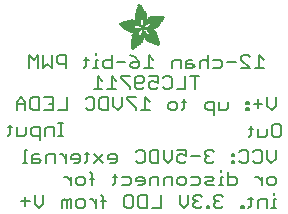
<source format=gbr>
G04 EAGLE Gerber RS-274X export*
G75*
%MOMM*%
%FSLAX34Y34*%
%LPD*%
%INSilkscreen Bottom*%
%IPPOS*%
%AMOC8*
5,1,8,0,0,1.08239X$1,22.5*%
G01*
%ADD10C,0.152400*%
%ADD11R,0.050800X0.006300*%
%ADD12R,0.082600X0.006400*%
%ADD13R,0.120600X0.006300*%
%ADD14R,0.139700X0.006400*%
%ADD15R,0.158800X0.006300*%
%ADD16R,0.177800X0.006400*%
%ADD17R,0.196800X0.006300*%
%ADD18R,0.215900X0.006400*%
%ADD19R,0.228600X0.006300*%
%ADD20R,0.241300X0.006400*%
%ADD21R,0.254000X0.006300*%
%ADD22R,0.266700X0.006400*%
%ADD23R,0.279400X0.006300*%
%ADD24R,0.285700X0.006400*%
%ADD25R,0.298400X0.006300*%
%ADD26R,0.311200X0.006400*%
%ADD27R,0.317500X0.006300*%
%ADD28R,0.330200X0.006400*%
%ADD29R,0.336600X0.006300*%
%ADD30R,0.349200X0.006400*%
%ADD31R,0.361900X0.006300*%
%ADD32R,0.368300X0.006400*%
%ADD33R,0.381000X0.006300*%
%ADD34R,0.387300X0.006400*%
%ADD35R,0.393700X0.006300*%
%ADD36R,0.406400X0.006400*%
%ADD37R,0.412700X0.006300*%
%ADD38R,0.419100X0.006400*%
%ADD39R,0.431800X0.006300*%
%ADD40R,0.438100X0.006400*%
%ADD41R,0.450800X0.006300*%
%ADD42R,0.457200X0.006400*%
%ADD43R,0.463500X0.006300*%
%ADD44R,0.476200X0.006400*%
%ADD45R,0.482600X0.006300*%
%ADD46R,0.488900X0.006400*%
%ADD47R,0.501600X0.006300*%
%ADD48R,0.508000X0.006400*%
%ADD49R,0.514300X0.006300*%
%ADD50R,0.527000X0.006400*%
%ADD51R,0.533400X0.006300*%
%ADD52R,0.546100X0.006400*%
%ADD53R,0.552400X0.006300*%
%ADD54R,0.558800X0.006400*%
%ADD55R,0.571500X0.006300*%
%ADD56R,0.577800X0.006400*%
%ADD57R,0.584200X0.006300*%
%ADD58R,0.596900X0.006400*%
%ADD59R,0.603200X0.006300*%
%ADD60R,0.609600X0.006400*%
%ADD61R,0.622300X0.006300*%
%ADD62R,0.628600X0.006400*%
%ADD63R,0.641300X0.006300*%
%ADD64R,0.647700X0.006400*%
%ADD65R,0.063500X0.006300*%
%ADD66R,0.654000X0.006300*%
%ADD67R,0.101600X0.006400*%
%ADD68R,0.666700X0.006400*%
%ADD69R,0.139700X0.006300*%
%ADD70R,0.673100X0.006300*%
%ADD71R,0.165100X0.006400*%
%ADD72R,0.679400X0.006400*%
%ADD73R,0.196900X0.006300*%
%ADD74R,0.692100X0.006300*%
%ADD75R,0.222200X0.006400*%
%ADD76R,0.698500X0.006400*%
%ADD77R,0.247700X0.006300*%
%ADD78R,0.704800X0.006300*%
%ADD79R,0.279400X0.006400*%
%ADD80R,0.717500X0.006400*%
%ADD81R,0.298500X0.006300*%
%ADD82R,0.723900X0.006300*%
%ADD83R,0.736600X0.006400*%
%ADD84R,0.342900X0.006300*%
%ADD85R,0.742900X0.006300*%
%ADD86R,0.374700X0.006400*%
%ADD87R,0.749300X0.006400*%
%ADD88R,0.762000X0.006300*%
%ADD89R,0.412700X0.006400*%
%ADD90R,0.768300X0.006400*%
%ADD91R,0.438100X0.006300*%
%ADD92R,0.774700X0.006300*%
%ADD93R,0.463600X0.006400*%
%ADD94R,0.787400X0.006400*%
%ADD95R,0.793700X0.006300*%
%ADD96R,0.495300X0.006400*%
%ADD97R,0.800100X0.006400*%
%ADD98R,0.520700X0.006300*%
%ADD99R,0.812800X0.006300*%
%ADD100R,0.533400X0.006400*%
%ADD101R,0.819100X0.006400*%
%ADD102R,0.558800X0.006300*%
%ADD103R,0.825500X0.006300*%
%ADD104R,0.577900X0.006400*%
%ADD105R,0.831800X0.006400*%
%ADD106R,0.596900X0.006300*%
%ADD107R,0.844500X0.006300*%
%ADD108R,0.616000X0.006400*%
%ADD109R,0.850900X0.006400*%
%ADD110R,0.635000X0.006300*%
%ADD111R,0.857200X0.006300*%
%ADD112R,0.654100X0.006400*%
%ADD113R,0.863600X0.006400*%
%ADD114R,0.666700X0.006300*%
%ADD115R,0.869900X0.006300*%
%ADD116R,0.685800X0.006400*%
%ADD117R,0.876300X0.006400*%
%ADD118R,0.882600X0.006300*%
%ADD119R,0.723900X0.006400*%
%ADD120R,0.889000X0.006400*%
%ADD121R,0.895300X0.006300*%
%ADD122R,0.755700X0.006400*%
%ADD123R,0.901700X0.006400*%
%ADD124R,0.908000X0.006300*%
%ADD125R,0.793800X0.006400*%
%ADD126R,0.914400X0.006400*%
%ADD127R,0.806400X0.006300*%
%ADD128R,0.920700X0.006300*%
%ADD129R,0.825500X0.006400*%
%ADD130R,0.927100X0.006400*%
%ADD131R,0.933400X0.006300*%
%ADD132R,0.857300X0.006400*%
%ADD133R,0.939800X0.006400*%
%ADD134R,0.870000X0.006300*%
%ADD135R,0.939800X0.006300*%
%ADD136R,0.946100X0.006400*%
%ADD137R,0.952500X0.006300*%
%ADD138R,0.908000X0.006400*%
%ADD139R,0.958800X0.006400*%
%ADD140R,0.965200X0.006300*%
%ADD141R,0.965200X0.006400*%
%ADD142R,0.971500X0.006300*%
%ADD143R,0.952500X0.006400*%
%ADD144R,0.977900X0.006400*%
%ADD145R,0.958800X0.006300*%
%ADD146R,0.984200X0.006300*%
%ADD147R,0.971500X0.006400*%
%ADD148R,0.984200X0.006400*%
%ADD149R,0.990600X0.006300*%
%ADD150R,0.984300X0.006400*%
%ADD151R,0.996900X0.006400*%
%ADD152R,0.997000X0.006300*%
%ADD153R,0.996900X0.006300*%
%ADD154R,1.003300X0.006400*%
%ADD155R,1.016000X0.006300*%
%ADD156R,1.009600X0.006300*%
%ADD157R,1.016000X0.006400*%
%ADD158R,1.009600X0.006400*%
%ADD159R,1.022300X0.006300*%
%ADD160R,1.028700X0.006400*%
%ADD161R,1.035100X0.006300*%
%ADD162R,1.047800X0.006400*%
%ADD163R,1.054100X0.006300*%
%ADD164R,1.028700X0.006300*%
%ADD165R,1.054100X0.006400*%
%ADD166R,1.035000X0.006400*%
%ADD167R,1.060400X0.006300*%
%ADD168R,1.035000X0.006300*%
%ADD169R,1.060500X0.006400*%
%ADD170R,1.041400X0.006400*%
%ADD171R,1.066800X0.006300*%
%ADD172R,1.041400X0.006300*%
%ADD173R,1.079500X0.006400*%
%ADD174R,1.047700X0.006400*%
%ADD175R,1.085900X0.006300*%
%ADD176R,1.047700X0.006300*%
%ADD177R,1.085800X0.006400*%
%ADD178R,1.092200X0.006300*%
%ADD179R,1.085900X0.006400*%
%ADD180R,1.098600X0.006300*%
%ADD181R,1.098600X0.006400*%
%ADD182R,1.060400X0.006400*%
%ADD183R,1.104900X0.006300*%
%ADD184R,1.104900X0.006400*%
%ADD185R,1.066800X0.006400*%
%ADD186R,1.111200X0.006300*%
%ADD187R,1.117600X0.006400*%
%ADD188R,1.117600X0.006300*%
%ADD189R,1.073100X0.006300*%
%ADD190R,1.073100X0.006400*%
%ADD191R,1.124000X0.006300*%
%ADD192R,1.079500X0.006300*%
%ADD193R,1.123900X0.006400*%
%ADD194R,1.130300X0.006300*%
%ADD195R,1.130300X0.006400*%
%ADD196R,1.136700X0.006400*%
%ADD197R,1.136700X0.006300*%
%ADD198R,1.085800X0.006300*%
%ADD199R,1.136600X0.006400*%
%ADD200R,1.136600X0.006300*%
%ADD201R,1.143000X0.006400*%
%ADD202R,1.143000X0.006300*%
%ADD203R,1.149400X0.006300*%
%ADD204R,1.149300X0.006300*%
%ADD205R,1.149300X0.006400*%
%ADD206R,1.149400X0.006400*%
%ADD207R,1.155700X0.006400*%
%ADD208R,1.155700X0.006300*%
%ADD209R,1.060500X0.006300*%
%ADD210R,2.197100X0.006400*%
%ADD211R,2.197100X0.006300*%
%ADD212R,2.184400X0.006300*%
%ADD213R,2.184400X0.006400*%
%ADD214R,2.171700X0.006400*%
%ADD215R,2.171700X0.006300*%
%ADD216R,1.530300X0.006400*%
%ADD217R,1.505000X0.006300*%
%ADD218R,1.492300X0.006400*%
%ADD219R,1.485900X0.006300*%
%ADD220R,0.565200X0.006300*%
%ADD221R,1.473200X0.006400*%
%ADD222R,0.565200X0.006400*%
%ADD223R,1.460500X0.006300*%
%ADD224R,1.454100X0.006400*%
%ADD225R,0.552400X0.006400*%
%ADD226R,1.441500X0.006300*%
%ADD227R,0.546100X0.006300*%
%ADD228R,1.435100X0.006400*%
%ADD229R,0.539800X0.006400*%
%ADD230R,1.428800X0.006300*%
%ADD231R,1.422400X0.006400*%
%ADD232R,1.409700X0.006300*%
%ADD233R,0.527100X0.006300*%
%ADD234R,1.403300X0.006400*%
%ADD235R,0.527100X0.006400*%
%ADD236R,1.390700X0.006300*%
%ADD237R,1.384300X0.006400*%
%ADD238R,0.520700X0.006400*%
%ADD239R,1.384300X0.006300*%
%ADD240R,0.514400X0.006300*%
%ADD241R,1.371600X0.006400*%
%ADD242R,1.365200X0.006300*%
%ADD243R,0.508000X0.006300*%
%ADD244R,1.352600X0.006400*%
%ADD245R,0.501700X0.006400*%
%ADD246R,0.711200X0.006300*%
%ADD247R,0.603300X0.006300*%
%ADD248R,0.501700X0.006300*%
%ADD249R,0.692100X0.006400*%
%ADD250R,0.571500X0.006400*%
%ADD251R,0.679400X0.006300*%
%ADD252R,0.495300X0.006300*%
%ADD253R,0.673100X0.006400*%
%ADD254R,0.666800X0.006300*%
%ADD255R,0.488900X0.006300*%
%ADD256R,0.660400X0.006400*%
%ADD257R,0.482600X0.006400*%
%ADD258R,0.476200X0.006300*%
%ADD259R,0.654000X0.006400*%
%ADD260R,0.469900X0.006400*%
%ADD261R,0.476300X0.006400*%
%ADD262R,0.647700X0.006300*%
%ADD263R,0.457200X0.006300*%
%ADD264R,0.469900X0.006300*%
%ADD265R,0.641300X0.006400*%
%ADD266R,0.444500X0.006400*%
%ADD267R,0.463600X0.006300*%
%ADD268R,0.635000X0.006400*%
%ADD269R,0.463500X0.006400*%
%ADD270R,0.393700X0.006400*%
%ADD271R,0.450800X0.006400*%
%ADD272R,0.628600X0.006300*%
%ADD273R,0.387400X0.006300*%
%ADD274R,0.450900X0.006300*%
%ADD275R,0.628700X0.006400*%
%ADD276R,0.374600X0.006400*%
%ADD277R,0.368300X0.006300*%
%ADD278R,0.438200X0.006300*%
%ADD279R,0.622300X0.006400*%
%ADD280R,0.355600X0.006400*%
%ADD281R,0.431800X0.006400*%
%ADD282R,0.349300X0.006300*%
%ADD283R,0.425400X0.006300*%
%ADD284R,0.615900X0.006300*%
%ADD285R,0.330200X0.006300*%
%ADD286R,0.419100X0.006300*%
%ADD287R,0.616000X0.006300*%
%ADD288R,0.311200X0.006300*%
%ADD289R,0.406400X0.006300*%
%ADD290R,0.615900X0.006400*%
%ADD291R,0.304800X0.006400*%
%ADD292R,0.158800X0.006400*%
%ADD293R,0.609600X0.006300*%
%ADD294R,0.292100X0.006300*%
%ADD295R,0.235000X0.006300*%
%ADD296R,0.387400X0.006400*%
%ADD297R,0.292100X0.006400*%
%ADD298R,0.336500X0.006300*%
%ADD299R,0.260400X0.006300*%
%ADD300R,0.603300X0.006400*%
%ADD301R,0.260400X0.006400*%
%ADD302R,0.362000X0.006400*%
%ADD303R,0.450900X0.006400*%
%ADD304R,0.355600X0.006300*%
%ADD305R,0.342900X0.006400*%
%ADD306R,0.514300X0.006400*%
%ADD307R,0.234900X0.006300*%
%ADD308R,0.539700X0.006300*%
%ADD309R,0.603200X0.006400*%
%ADD310R,0.234900X0.006400*%
%ADD311R,0.920700X0.006400*%
%ADD312R,0.958900X0.006400*%
%ADD313R,0.215900X0.006300*%
%ADD314R,0.209600X0.006400*%
%ADD315R,0.203200X0.006300*%
%ADD316R,1.003300X0.006300*%
%ADD317R,0.203200X0.006400*%
%ADD318R,0.196900X0.006400*%
%ADD319R,0.190500X0.006300*%
%ADD320R,0.190500X0.006400*%
%ADD321R,0.184200X0.006300*%
%ADD322R,0.590500X0.006400*%
%ADD323R,0.184200X0.006400*%
%ADD324R,0.590500X0.006300*%
%ADD325R,0.177800X0.006300*%
%ADD326R,0.584200X0.006400*%
%ADD327R,1.168400X0.006400*%
%ADD328R,0.171500X0.006300*%
%ADD329R,1.187500X0.006300*%
%ADD330R,1.200100X0.006400*%
%ADD331R,0.577800X0.006300*%
%ADD332R,1.212900X0.006300*%
%ADD333R,1.231900X0.006400*%
%ADD334R,1.250900X0.006300*%
%ADD335R,0.565100X0.006400*%
%ADD336R,0.184100X0.006400*%
%ADD337R,1.263700X0.006400*%
%ADD338R,0.565100X0.006300*%
%ADD339R,1.289100X0.006300*%
%ADD340R,1.314400X0.006400*%
%ADD341R,0.552500X0.006300*%
%ADD342R,1.568500X0.006300*%
%ADD343R,0.552500X0.006400*%
%ADD344R,1.581200X0.006400*%
%ADD345R,1.593800X0.006300*%
%ADD346R,1.606500X0.006400*%
%ADD347R,1.619300X0.006300*%
%ADD348R,0.514400X0.006400*%
%ADD349R,1.638300X0.006400*%
%ADD350R,1.657300X0.006300*%
%ADD351R,2.209800X0.006400*%
%ADD352R,2.425700X0.006300*%
%ADD353R,2.470100X0.006400*%
%ADD354R,2.501900X0.006300*%
%ADD355R,2.533700X0.006400*%
%ADD356R,2.559000X0.006300*%
%ADD357R,2.584500X0.006400*%
%ADD358R,2.609900X0.006300*%
%ADD359R,2.628900X0.006400*%
%ADD360R,2.660600X0.006300*%
%ADD361R,2.673400X0.006400*%
%ADD362R,1.422400X0.006300*%
%ADD363R,1.200200X0.006300*%
%ADD364R,1.365300X0.006300*%
%ADD365R,1.365300X0.006400*%
%ADD366R,1.352500X0.006300*%
%ADD367R,1.098500X0.006300*%
%ADD368R,1.358900X0.006400*%
%ADD369R,1.352600X0.006300*%
%ADD370R,1.358900X0.006300*%
%ADD371R,1.371600X0.006300*%
%ADD372R,1.377900X0.006400*%
%ADD373R,1.397000X0.006400*%
%ADD374R,1.403300X0.006300*%
%ADD375R,0.914400X0.006300*%
%ADD376R,0.876300X0.006300*%
%ADD377R,0.374600X0.006300*%
%ADD378R,1.073200X0.006400*%
%ADD379R,0.374700X0.006300*%
%ADD380R,0.844600X0.006400*%
%ADD381R,0.844600X0.006300*%
%ADD382R,0.831900X0.006400*%
%ADD383R,1.092200X0.006400*%
%ADD384R,0.400000X0.006300*%
%ADD385R,0.819200X0.006400*%
%ADD386R,1.111300X0.006400*%
%ADD387R,0.812800X0.006400*%
%ADD388R,0.800100X0.006300*%
%ADD389R,0.476300X0.006300*%
%ADD390R,1.181100X0.006300*%
%ADD391R,0.501600X0.006400*%
%ADD392R,1.193800X0.006400*%
%ADD393R,0.781000X0.006400*%
%ADD394R,1.238200X0.006400*%
%ADD395R,0.781100X0.006300*%
%ADD396R,1.257300X0.006300*%
%ADD397R,1.295400X0.006400*%
%ADD398R,1.333500X0.006300*%
%ADD399R,0.774700X0.006400*%
%ADD400R,1.866900X0.006400*%
%ADD401R,0.209600X0.006300*%
%ADD402R,1.866900X0.006300*%
%ADD403R,0.768400X0.006400*%
%ADD404R,0.209500X0.006400*%
%ADD405R,1.860600X0.006400*%
%ADD406R,0.762000X0.006400*%
%ADD407R,0.768400X0.006300*%
%ADD408R,1.860600X0.006300*%
%ADD409R,1.860500X0.006400*%
%ADD410R,0.222300X0.006300*%
%ADD411R,1.854200X0.006300*%
%ADD412R,0.235000X0.006400*%
%ADD413R,1.854200X0.006400*%
%ADD414R,0.768300X0.006300*%
%ADD415R,0.260300X0.006400*%
%ADD416R,1.847800X0.006400*%
%ADD417R,0.266700X0.006300*%
%ADD418R,1.847800X0.006300*%
%ADD419R,0.273100X0.006400*%
%ADD420R,1.841500X0.006400*%
%ADD421R,0.285800X0.006300*%
%ADD422R,1.841500X0.006300*%
%ADD423R,0.298500X0.006400*%
%ADD424R,1.835100X0.006400*%
%ADD425R,0.781000X0.006300*%
%ADD426R,0.304800X0.006300*%
%ADD427R,1.835100X0.006300*%
%ADD428R,0.317500X0.006400*%
%ADD429R,1.828800X0.006400*%
%ADD430R,0.787400X0.006300*%
%ADD431R,0.323800X0.006300*%
%ADD432R,1.828800X0.006300*%
%ADD433R,0.793700X0.006400*%
%ADD434R,1.822400X0.006400*%
%ADD435R,0.806500X0.006300*%
%ADD436R,1.822400X0.006300*%
%ADD437R,1.816100X0.006400*%
%ADD438R,0.819100X0.006300*%
%ADD439R,0.387300X0.006300*%
%ADD440R,1.816100X0.006300*%
%ADD441R,1.809800X0.006400*%
%ADD442R,1.803400X0.006300*%
%ADD443R,1.797000X0.006400*%
%ADD444R,0.901700X0.006300*%
%ADD445R,1.797000X0.006300*%
%ADD446R,1.441400X0.006400*%
%ADD447R,1.790700X0.006400*%
%ADD448R,1.447800X0.006300*%
%ADD449R,1.784300X0.006300*%
%ADD450R,1.447800X0.006400*%
%ADD451R,1.784300X0.006400*%
%ADD452R,1.454100X0.006300*%
%ADD453R,1.771700X0.006300*%
%ADD454R,1.460500X0.006400*%
%ADD455R,1.759000X0.006400*%
%ADD456R,1.466800X0.006300*%
%ADD457R,1.752600X0.006300*%
%ADD458R,1.466800X0.006400*%
%ADD459R,1.739900X0.006400*%
%ADD460R,1.473200X0.006300*%
%ADD461R,1.727200X0.006300*%
%ADD462R,1.479500X0.006400*%
%ADD463R,1.714500X0.006400*%
%ADD464R,1.695400X0.006300*%
%ADD465R,1.485900X0.006400*%
%ADD466R,1.682700X0.006400*%
%ADD467R,1.492200X0.006300*%
%ADD468R,1.663700X0.006300*%
%ADD469R,1.498600X0.006400*%
%ADD470R,1.644600X0.006400*%
%ADD471R,1.498600X0.006300*%
%ADD472R,1.619200X0.006300*%
%ADD473R,1.511300X0.006400*%
%ADD474R,1.600200X0.006400*%
%ADD475R,1.517700X0.006300*%
%ADD476R,1.574800X0.006300*%
%ADD477R,1.524000X0.006400*%
%ADD478R,1.555800X0.006400*%
%ADD479R,1.524000X0.006300*%
%ADD480R,1.536700X0.006300*%
%ADD481R,1.530400X0.006400*%
%ADD482R,1.517700X0.006400*%
%ADD483R,1.492300X0.006300*%
%ADD484R,1.549400X0.006400*%
%ADD485R,1.479600X0.006400*%
%ADD486R,1.549400X0.006300*%
%ADD487R,1.555700X0.006400*%
%ADD488R,1.562100X0.006300*%
%ADD489R,0.323900X0.006300*%
%ADD490R,1.568400X0.006400*%
%ADD491R,0.336600X0.006400*%
%ADD492R,1.587500X0.006300*%
%ADD493R,0.971600X0.006300*%
%ADD494R,0.349300X0.006400*%
%ADD495R,1.600200X0.006300*%
%ADD496R,0.920800X0.006300*%
%ADD497R,0.882700X0.006400*%
%ADD498R,1.612900X0.006300*%
%ADD499R,0.362000X0.006300*%
%ADD500R,1.625600X0.006400*%
%ADD501R,1.625600X0.006300*%
%ADD502R,1.644600X0.006300*%
%ADD503R,0.736600X0.006300*%
%ADD504R,0.717600X0.006400*%
%ADD505R,1.657400X0.006300*%
%ADD506R,0.679500X0.006300*%
%ADD507R,1.663700X0.006400*%
%ADD508R,0.400000X0.006400*%
%ADD509R,1.676400X0.006300*%
%ADD510R,1.676400X0.006400*%
%ADD511R,0.425500X0.006400*%
%ADD512R,1.352500X0.006400*%
%ADD513R,0.444500X0.006300*%
%ADD514R,0.361900X0.006400*%
%ADD515R,0.088900X0.006300*%
%ADD516R,1.009700X0.006300*%
%ADD517R,1.009700X0.006400*%
%ADD518R,1.022300X0.006400*%
%ADD519R,1.346200X0.006400*%
%ADD520R,1.346200X0.006300*%
%ADD521R,1.339900X0.006400*%
%ADD522R,1.035100X0.006400*%
%ADD523R,1.339800X0.006300*%
%ADD524R,1.333500X0.006400*%
%ADD525R,1.327200X0.006400*%
%ADD526R,1.320800X0.006300*%
%ADD527R,1.314500X0.006400*%
%ADD528R,1.314400X0.006300*%
%ADD529R,1.301700X0.006400*%
%ADD530R,1.295400X0.006300*%
%ADD531R,1.289000X0.006400*%
%ADD532R,1.276300X0.006300*%
%ADD533R,1.251000X0.006300*%
%ADD534R,1.244600X0.006400*%
%ADD535R,1.231900X0.006300*%
%ADD536R,1.212800X0.006400*%
%ADD537R,1.200100X0.006300*%
%ADD538R,1.187400X0.006400*%
%ADD539R,1.168400X0.006300*%
%ADD540R,1.047800X0.006300*%
%ADD541R,0.977900X0.006300*%
%ADD542R,0.946200X0.006400*%
%ADD543R,0.933400X0.006400*%
%ADD544R,0.895300X0.006400*%
%ADD545R,0.882700X0.006300*%
%ADD546R,0.863600X0.006300*%
%ADD547R,0.857200X0.006400*%
%ADD548R,0.850900X0.006300*%
%ADD549R,0.838200X0.006300*%
%ADD550R,0.806500X0.006400*%
%ADD551R,0.717600X0.006300*%
%ADD552R,0.711200X0.006400*%
%ADD553R,0.641400X0.006400*%
%ADD554R,0.641400X0.006300*%
%ADD555R,0.628700X0.006300*%
%ADD556R,0.590600X0.006300*%
%ADD557R,0.539700X0.006400*%
%ADD558R,0.285700X0.006300*%
%ADD559R,0.222200X0.006300*%
%ADD560R,0.171400X0.006300*%
%ADD561R,0.152400X0.006400*%
%ADD562R,0.133400X0.006300*%


D10*
X251005Y142758D02*
X251005Y135301D01*
X247277Y131572D01*
X243548Y135301D01*
X243548Y142758D01*
X239311Y137165D02*
X231854Y137165D01*
X235583Y140893D02*
X235583Y133436D01*
X227618Y139029D02*
X225753Y139029D01*
X225753Y137165D01*
X227618Y137165D01*
X227618Y139029D01*
X227618Y133436D02*
X225753Y133436D01*
X225753Y131572D01*
X227618Y131572D01*
X227618Y133436D01*
X210077Y133436D02*
X210077Y139029D01*
X210077Y133436D02*
X208212Y131572D01*
X202620Y131572D01*
X202620Y139029D01*
X198383Y139029D02*
X198383Y127844D01*
X198383Y139029D02*
X192790Y139029D01*
X190926Y137165D01*
X190926Y133436D01*
X192790Y131572D01*
X198383Y131572D01*
X173130Y133436D02*
X173130Y140893D01*
X173130Y133436D02*
X171266Y131572D01*
X171266Y139029D02*
X174995Y139029D01*
X165334Y131572D02*
X161606Y131572D01*
X159742Y133436D01*
X159742Y137165D01*
X161606Y139029D01*
X165334Y139029D01*
X167199Y137165D01*
X167199Y133436D01*
X165334Y131572D01*
X143811Y139029D02*
X140082Y142758D01*
X140082Y131572D01*
X136354Y131572D02*
X143811Y131572D01*
X132117Y142758D02*
X124660Y142758D01*
X124660Y140893D01*
X132117Y133436D01*
X132117Y131572D01*
X120423Y135301D02*
X120423Y142758D01*
X120423Y135301D02*
X116694Y131572D01*
X112966Y135301D01*
X112966Y142758D01*
X108729Y142758D02*
X108729Y131572D01*
X103136Y131572D01*
X101272Y133436D01*
X101272Y140893D01*
X103136Y142758D01*
X108729Y142758D01*
X91442Y142758D02*
X89578Y140893D01*
X91442Y142758D02*
X95171Y142758D01*
X97035Y140893D01*
X97035Y133436D01*
X95171Y131572D01*
X91442Y131572D01*
X89578Y133436D01*
X73647Y131572D02*
X73647Y142758D01*
X73647Y131572D02*
X66190Y131572D01*
X61953Y142758D02*
X54496Y142758D01*
X61953Y142758D02*
X61953Y131572D01*
X54496Y131572D01*
X58224Y137165D02*
X61953Y137165D01*
X50259Y142758D02*
X50259Y131572D01*
X44666Y131572D01*
X42802Y133436D01*
X42802Y140893D01*
X44666Y142758D01*
X50259Y142758D01*
X38565Y139029D02*
X38565Y131572D01*
X38565Y139029D02*
X34837Y142758D01*
X31108Y139029D01*
X31108Y131572D01*
X31108Y137165D02*
X38565Y137165D01*
X250698Y98308D02*
X250698Y90851D01*
X246970Y87122D01*
X243241Y90851D01*
X243241Y98308D01*
X233411Y98308D02*
X231547Y96443D01*
X233411Y98308D02*
X237140Y98308D01*
X239004Y96443D01*
X239004Y88986D01*
X237140Y87122D01*
X233411Y87122D01*
X231547Y88986D01*
X221717Y98308D02*
X219853Y96443D01*
X221717Y98308D02*
X225446Y98308D01*
X227310Y96443D01*
X227310Y88986D01*
X225446Y87122D01*
X221717Y87122D01*
X219853Y88986D01*
X215616Y94579D02*
X213752Y94579D01*
X213752Y92715D01*
X215616Y92715D01*
X215616Y94579D01*
X215616Y88986D02*
X213752Y88986D01*
X213752Y87122D01*
X215616Y87122D01*
X215616Y88986D01*
X198075Y96443D02*
X196211Y98308D01*
X192482Y98308D01*
X190618Y96443D01*
X190618Y94579D01*
X192482Y92715D01*
X194347Y92715D01*
X192482Y92715D02*
X190618Y90851D01*
X190618Y88986D01*
X192482Y87122D01*
X196211Y87122D01*
X198075Y88986D01*
X186381Y92715D02*
X178924Y92715D01*
X174687Y98308D02*
X167230Y98308D01*
X174687Y98308D02*
X174687Y92715D01*
X170959Y94579D01*
X169094Y94579D01*
X167230Y92715D01*
X167230Y88986D01*
X169094Y87122D01*
X172823Y87122D01*
X174687Y88986D01*
X162993Y90851D02*
X162993Y98308D01*
X162993Y90851D02*
X159265Y87122D01*
X155536Y90851D01*
X155536Y98308D01*
X151299Y98308D02*
X151299Y87122D01*
X145707Y87122D01*
X143842Y88986D01*
X143842Y96443D01*
X145707Y98308D01*
X151299Y98308D01*
X134013Y98308D02*
X132148Y96443D01*
X134013Y98308D02*
X137741Y98308D01*
X139605Y96443D01*
X139605Y88986D01*
X137741Y87122D01*
X134013Y87122D01*
X132148Y88986D01*
X114353Y87122D02*
X110625Y87122D01*
X114353Y87122D02*
X116217Y88986D01*
X116217Y92715D01*
X114353Y94579D01*
X110625Y94579D01*
X108760Y92715D01*
X108760Y90851D01*
X116217Y90851D01*
X104523Y94579D02*
X97066Y87122D01*
X104523Y87122D02*
X97066Y94579D01*
X90965Y96443D02*
X90965Y88986D01*
X89101Y87122D01*
X89101Y94579D02*
X92829Y94579D01*
X83169Y87122D02*
X79441Y87122D01*
X83169Y87122D02*
X85033Y88986D01*
X85033Y92715D01*
X83169Y94579D01*
X79441Y94579D01*
X77576Y92715D01*
X77576Y90851D01*
X85033Y90851D01*
X73340Y94579D02*
X73340Y87122D01*
X73340Y90851D02*
X69611Y94579D01*
X67747Y94579D01*
X63595Y94579D02*
X63595Y87122D01*
X63595Y94579D02*
X58002Y94579D01*
X56138Y92715D01*
X56138Y87122D01*
X50036Y94579D02*
X46308Y94579D01*
X44444Y92715D01*
X44444Y87122D01*
X50036Y87122D01*
X51901Y88986D01*
X50036Y90851D01*
X44444Y90851D01*
X40207Y98308D02*
X38342Y98308D01*
X38342Y87122D01*
X36478Y87122D02*
X40207Y87122D01*
X245105Y68072D02*
X248834Y68072D01*
X245105Y68072D02*
X243241Y69936D01*
X243241Y73665D01*
X245105Y75529D01*
X248834Y75529D01*
X250698Y73665D01*
X250698Y69936D01*
X248834Y68072D01*
X239004Y68072D02*
X239004Y75529D01*
X239004Y71801D02*
X235276Y75529D01*
X233411Y75529D01*
X210108Y79258D02*
X210108Y68072D01*
X215701Y68072D01*
X217565Y69936D01*
X217565Y73665D01*
X215701Y75529D01*
X210108Y75529D01*
X205871Y75529D02*
X204007Y75529D01*
X204007Y68072D01*
X205871Y68072D02*
X202143Y68072D01*
X204007Y79258D02*
X204007Y81122D01*
X198075Y68072D02*
X192482Y68072D01*
X190618Y69936D01*
X192482Y71801D01*
X196211Y71801D01*
X198075Y73665D01*
X196211Y75529D01*
X190618Y75529D01*
X184517Y75529D02*
X178924Y75529D01*
X184517Y75529D02*
X186381Y73665D01*
X186381Y69936D01*
X184517Y68072D01*
X178924Y68072D01*
X172823Y68072D02*
X169094Y68072D01*
X167230Y69936D01*
X167230Y73665D01*
X169094Y75529D01*
X172823Y75529D01*
X174687Y73665D01*
X174687Y69936D01*
X172823Y68072D01*
X162993Y68072D02*
X162993Y75529D01*
X157401Y75529D01*
X155536Y73665D01*
X155536Y68072D01*
X151299Y68072D02*
X151299Y75529D01*
X145707Y75529D01*
X143842Y73665D01*
X143842Y68072D01*
X137741Y68072D02*
X134013Y68072D01*
X137741Y68072D02*
X139605Y69936D01*
X139605Y73665D01*
X137741Y75529D01*
X134013Y75529D01*
X132148Y73665D01*
X132148Y71801D01*
X139605Y71801D01*
X126047Y75529D02*
X120454Y75529D01*
X126047Y75529D02*
X127911Y73665D01*
X127911Y69936D01*
X126047Y68072D01*
X120454Y68072D01*
X114353Y69936D02*
X114353Y77393D01*
X114353Y69936D02*
X112489Y68072D01*
X112489Y75529D02*
X116217Y75529D01*
X94863Y77393D02*
X94863Y68072D01*
X94863Y77393D02*
X92999Y79258D01*
X92999Y73665D02*
X96727Y73665D01*
X87067Y68072D02*
X83339Y68072D01*
X81474Y69936D01*
X81474Y73665D01*
X83339Y75529D01*
X87067Y75529D01*
X88931Y73665D01*
X88931Y69936D01*
X87067Y68072D01*
X77238Y68072D02*
X77238Y75529D01*
X77238Y71801D02*
X73509Y75529D01*
X71645Y75529D01*
X248834Y56479D02*
X250698Y56479D01*
X248834Y56479D02*
X248834Y49022D01*
X250698Y49022D02*
X246970Y49022D01*
X248834Y60208D02*
X248834Y62072D01*
X242902Y56479D02*
X242902Y49022D01*
X242902Y56479D02*
X237309Y56479D01*
X235445Y54615D01*
X235445Y49022D01*
X229344Y50886D02*
X229344Y58343D01*
X229344Y50886D02*
X227480Y49022D01*
X227480Y56479D02*
X231208Y56479D01*
X223412Y50886D02*
X223412Y49022D01*
X223412Y50886D02*
X221548Y50886D01*
X221548Y49022D01*
X223412Y49022D01*
X205871Y58343D02*
X204007Y60208D01*
X200278Y60208D01*
X198414Y58343D01*
X198414Y56479D01*
X200278Y54615D01*
X202143Y54615D01*
X200278Y54615D02*
X198414Y52751D01*
X198414Y50886D01*
X200278Y49022D01*
X204007Y49022D01*
X205871Y50886D01*
X194177Y50886D02*
X194177Y49022D01*
X194177Y50886D02*
X192313Y50886D01*
X192313Y49022D01*
X194177Y49022D01*
X188330Y58343D02*
X186466Y60208D01*
X182737Y60208D01*
X180873Y58343D01*
X180873Y56479D01*
X182737Y54615D01*
X184602Y54615D01*
X182737Y54615D02*
X180873Y52751D01*
X180873Y50886D01*
X182737Y49022D01*
X186466Y49022D01*
X188330Y50886D01*
X176636Y52751D02*
X176636Y60208D01*
X176636Y52751D02*
X172908Y49022D01*
X169179Y52751D01*
X169179Y60208D01*
X153248Y60208D02*
X153248Y49022D01*
X145791Y49022D01*
X141554Y49022D02*
X141554Y60208D01*
X141554Y49022D02*
X135962Y49022D01*
X134097Y50886D01*
X134097Y58343D01*
X135962Y60208D01*
X141554Y60208D01*
X127996Y60208D02*
X124268Y60208D01*
X127996Y60208D02*
X129860Y58343D01*
X129860Y50886D01*
X127996Y49022D01*
X124268Y49022D01*
X122403Y50886D01*
X122403Y58343D01*
X124268Y60208D01*
X104608Y58343D02*
X104608Y49022D01*
X104608Y58343D02*
X102744Y60208D01*
X102744Y54615D02*
X106472Y54615D01*
X98676Y56479D02*
X98676Y49022D01*
X98676Y52751D02*
X94948Y56479D01*
X93084Y56479D01*
X87067Y49022D02*
X83339Y49022D01*
X81474Y50886D01*
X81474Y54615D01*
X83339Y56479D01*
X87067Y56479D01*
X88932Y54615D01*
X88932Y50886D01*
X87067Y49022D01*
X77238Y49022D02*
X77238Y56479D01*
X75373Y56479D01*
X73509Y54615D01*
X73509Y49022D01*
X73509Y54615D02*
X71645Y56479D01*
X69781Y54615D01*
X69781Y49022D01*
X53850Y52751D02*
X53850Y60208D01*
X53850Y52751D02*
X50121Y49022D01*
X46393Y52751D01*
X46393Y60208D01*
X42156Y54615D02*
X34699Y54615D01*
X38427Y58343D02*
X38427Y50886D01*
X236557Y178318D02*
X240286Y174589D01*
X236557Y178318D02*
X236557Y167132D01*
X232829Y167132D02*
X240286Y167132D01*
X228592Y167132D02*
X221135Y167132D01*
X228592Y167132D02*
X221135Y174589D01*
X221135Y176453D01*
X222999Y178318D01*
X226728Y178318D01*
X228592Y176453D01*
X216898Y172725D02*
X209441Y172725D01*
X203340Y174589D02*
X197747Y174589D01*
X203340Y174589D02*
X205204Y172725D01*
X205204Y168996D01*
X203340Y167132D01*
X197747Y167132D01*
X193510Y167132D02*
X193510Y178318D01*
X191646Y174589D02*
X193510Y172725D01*
X191646Y174589D02*
X187917Y174589D01*
X186053Y172725D01*
X186053Y167132D01*
X179952Y174589D02*
X176223Y174589D01*
X174359Y172725D01*
X174359Y167132D01*
X179952Y167132D01*
X181816Y168996D01*
X179952Y170861D01*
X174359Y170861D01*
X170122Y174589D02*
X170122Y167132D01*
X170122Y174589D02*
X164529Y174589D01*
X162665Y172725D01*
X162665Y167132D01*
X146734Y174589D02*
X143006Y178318D01*
X143006Y167132D01*
X146734Y167132D02*
X139277Y167132D01*
X131312Y176453D02*
X127583Y178318D01*
X131312Y176453D02*
X135040Y172725D01*
X135040Y168996D01*
X133176Y167132D01*
X129447Y167132D01*
X127583Y168996D01*
X127583Y170861D01*
X129447Y172725D01*
X135040Y172725D01*
X123346Y172725D02*
X115889Y172725D01*
X111652Y178318D02*
X111652Y167132D01*
X106060Y167132D01*
X104195Y168996D01*
X104195Y172725D01*
X106060Y174589D01*
X111652Y174589D01*
X99958Y174589D02*
X98094Y174589D01*
X98094Y167132D01*
X99958Y167132D02*
X96230Y167132D01*
X98094Y178318D02*
X98094Y180182D01*
X90298Y176453D02*
X90298Y168996D01*
X88434Y167132D01*
X88434Y174589D02*
X92162Y174589D01*
X72672Y178318D02*
X72672Y167132D01*
X72672Y178318D02*
X67080Y178318D01*
X65215Y176453D01*
X65215Y172725D01*
X67080Y170861D01*
X72672Y170861D01*
X60978Y167132D02*
X60978Y178318D01*
X57250Y170861D02*
X60978Y167132D01*
X57250Y170861D02*
X53521Y167132D01*
X53521Y178318D01*
X49284Y178318D02*
X49284Y167132D01*
X45556Y174589D02*
X49284Y178318D01*
X45556Y174589D02*
X41827Y178318D01*
X41827Y167132D01*
X66566Y109982D02*
X70295Y109982D01*
X68431Y109982D02*
X68431Y121168D01*
X70295Y121168D02*
X66566Y121168D01*
X62499Y117439D02*
X62499Y109982D01*
X62499Y117439D02*
X56906Y117439D01*
X55042Y115575D01*
X55042Y109982D01*
X50805Y106254D02*
X50805Y117439D01*
X45212Y117439D01*
X43348Y115575D01*
X43348Y111846D01*
X45212Y109982D01*
X50805Y109982D01*
X39111Y111846D02*
X39111Y117439D01*
X39111Y111846D02*
X37247Y109982D01*
X31654Y109982D01*
X31654Y117439D01*
X25553Y119303D02*
X25553Y111846D01*
X23689Y109982D01*
X23689Y117439D02*
X27417Y117439D01*
X249267Y119898D02*
X252996Y119898D01*
X254860Y118033D01*
X254860Y110576D01*
X252996Y108712D01*
X249267Y108712D01*
X247403Y110576D01*
X247403Y118033D01*
X249267Y119898D01*
X243166Y116169D02*
X243166Y110576D01*
X241302Y108712D01*
X235709Y108712D01*
X235709Y116169D01*
X229608Y118033D02*
X229608Y110576D01*
X227744Y108712D01*
X227744Y116169D02*
X231472Y116169D01*
X181985Y149352D02*
X181985Y160538D01*
X178257Y160538D02*
X185714Y160538D01*
X174020Y160538D02*
X174020Y149352D01*
X166563Y149352D01*
X156733Y160538D02*
X154869Y158673D01*
X156733Y160538D02*
X160462Y160538D01*
X162326Y158673D01*
X162326Y151216D01*
X160462Y149352D01*
X156733Y149352D01*
X154869Y151216D01*
X150632Y160538D02*
X143175Y160538D01*
X150632Y160538D02*
X150632Y154945D01*
X146904Y156809D01*
X145039Y156809D01*
X143175Y154945D01*
X143175Y151216D01*
X145039Y149352D01*
X148768Y149352D01*
X150632Y151216D01*
X138938Y151216D02*
X137074Y149352D01*
X133345Y149352D01*
X131481Y151216D01*
X131481Y158673D01*
X133345Y160538D01*
X137074Y160538D01*
X138938Y158673D01*
X138938Y156809D01*
X137074Y154945D01*
X131481Y154945D01*
X127244Y160538D02*
X119787Y160538D01*
X119787Y158673D01*
X127244Y151216D01*
X127244Y149352D01*
X115550Y156809D02*
X111822Y160538D01*
X111822Y149352D01*
X115550Y149352D02*
X108093Y149352D01*
X103856Y156809D02*
X100128Y160538D01*
X100128Y149352D01*
X103856Y149352D02*
X96399Y149352D01*
D11*
X129572Y183071D03*
D12*
X129540Y183134D03*
D13*
X129540Y183198D03*
D14*
X129572Y183261D03*
D15*
X129540Y183325D03*
D16*
X129572Y183388D03*
D17*
X129540Y183452D03*
D18*
X129572Y183515D03*
D19*
X129572Y183579D03*
D20*
X129636Y183642D03*
D21*
X129635Y183706D03*
D22*
X129699Y183769D03*
D23*
X129699Y183833D03*
D24*
X129731Y183896D03*
D25*
X129794Y183960D03*
D26*
X129794Y184023D03*
D27*
X129826Y184087D03*
D28*
X129889Y184150D03*
D29*
X129921Y184214D03*
D30*
X129921Y184277D03*
D31*
X129985Y184341D03*
D32*
X130017Y184404D03*
D33*
X130080Y184468D03*
D34*
X130112Y184531D03*
D35*
X130144Y184595D03*
D36*
X130207Y184658D03*
D37*
X130239Y184722D03*
D38*
X130271Y184785D03*
D39*
X130334Y184849D03*
D40*
X130366Y184912D03*
D41*
X130429Y184976D03*
D42*
X130461Y185039D03*
D43*
X130493Y185103D03*
D44*
X130556Y185166D03*
D45*
X130588Y185230D03*
D46*
X130620Y185293D03*
D47*
X130683Y185357D03*
D48*
X130715Y185420D03*
D49*
X130747Y185484D03*
D50*
X130810Y185547D03*
D51*
X130842Y185611D03*
D52*
X130906Y185674D03*
D53*
X130937Y185738D03*
D54*
X130969Y185801D03*
D55*
X131033Y185865D03*
D56*
X131064Y185928D03*
D57*
X131096Y185992D03*
D58*
X131160Y186055D03*
D59*
X131191Y186119D03*
D60*
X131223Y186182D03*
D61*
X131287Y186246D03*
D62*
X131318Y186309D03*
D63*
X131382Y186373D03*
D64*
X131414Y186436D03*
D65*
X151226Y186500D03*
D66*
X131445Y186500D03*
D67*
X151225Y186563D03*
D68*
X131509Y186563D03*
D69*
X151162Y186627D03*
D70*
X131541Y186627D03*
D71*
X151099Y186690D03*
D72*
X131572Y186690D03*
D73*
X151067Y186754D03*
D74*
X131636Y186754D03*
D75*
X151003Y186817D03*
D76*
X131668Y186817D03*
D77*
X150940Y186881D03*
D78*
X131699Y186881D03*
D79*
X150844Y186944D03*
D80*
X131763Y186944D03*
D81*
X150813Y187008D03*
D82*
X131795Y187008D03*
D28*
X150717Y187071D03*
D83*
X131858Y187071D03*
D84*
X150654Y187135D03*
D85*
X131890Y187135D03*
D86*
X150559Y187198D03*
D87*
X131922Y187198D03*
D35*
X150464Y187262D03*
D88*
X131985Y187262D03*
D89*
X150432Y187325D03*
D90*
X132017Y187325D03*
D91*
X150305Y187389D03*
D92*
X132049Y187389D03*
D93*
X150241Y187452D03*
D94*
X132112Y187452D03*
D45*
X150146Y187516D03*
D95*
X132144Y187516D03*
D96*
X150083Y187579D03*
D97*
X132176Y187579D03*
D98*
X149956Y187643D03*
D99*
X132239Y187643D03*
D100*
X149892Y187706D03*
D101*
X132271Y187706D03*
D102*
X149765Y187770D03*
D103*
X132303Y187770D03*
D104*
X149670Y187833D03*
D105*
X132334Y187833D03*
D106*
X149575Y187897D03*
D107*
X132398Y187897D03*
D108*
X149479Y187960D03*
D109*
X132430Y187960D03*
D110*
X149384Y188024D03*
D111*
X132461Y188024D03*
D112*
X149289Y188087D03*
D113*
X132493Y188087D03*
D114*
X149162Y188151D03*
D115*
X132525Y188151D03*
D116*
X149066Y188214D03*
D117*
X132557Y188214D03*
D78*
X148971Y188278D03*
D118*
X132588Y188278D03*
D119*
X148876Y188341D03*
D120*
X132620Y188341D03*
D85*
X148781Y188405D03*
D121*
X132652Y188405D03*
D122*
X148654Y188468D03*
D123*
X132684Y188468D03*
D92*
X148559Y188532D03*
D124*
X132715Y188532D03*
D125*
X148463Y188595D03*
D126*
X132747Y188595D03*
D127*
X148336Y188659D03*
D128*
X132779Y188659D03*
D129*
X148241Y188722D03*
D130*
X132811Y188722D03*
D107*
X148146Y188786D03*
D131*
X132842Y188786D03*
D132*
X148019Y188849D03*
D133*
X132874Y188849D03*
D134*
X147955Y188913D03*
D135*
X132874Y188913D03*
D120*
X147860Y188976D03*
D136*
X132906Y188976D03*
D121*
X147765Y189040D03*
D137*
X132938Y189040D03*
D138*
X147701Y189103D03*
D139*
X132969Y189103D03*
D128*
X147638Y189167D03*
D140*
X133001Y189167D03*
D130*
X147543Y189230D03*
D141*
X133001Y189230D03*
D135*
X147479Y189294D03*
D142*
X133033Y189294D03*
D143*
X147416Y189357D03*
D144*
X133065Y189357D03*
D145*
X147320Y189421D03*
D146*
X133096Y189421D03*
D147*
X147257Y189484D03*
D148*
X133096Y189484D03*
D146*
X147193Y189548D03*
D149*
X133128Y189548D03*
D150*
X147130Y189611D03*
D151*
X133160Y189611D03*
D152*
X147066Y189675D03*
D153*
X133160Y189675D03*
D154*
X147035Y189738D03*
X133192Y189738D03*
D155*
X146971Y189802D03*
D156*
X133223Y189802D03*
D157*
X146907Y189865D03*
D158*
X133223Y189865D03*
D159*
X146876Y189929D03*
D155*
X133255Y189929D03*
D160*
X146781Y189992D03*
D157*
X133255Y189992D03*
D161*
X146749Y190056D03*
D159*
X133287Y190056D03*
D162*
X146685Y190119D03*
D160*
X133319Y190119D03*
D163*
X146654Y190183D03*
D164*
X133319Y190183D03*
D165*
X146590Y190246D03*
D166*
X133350Y190246D03*
D167*
X146558Y190310D03*
D168*
X133350Y190310D03*
D169*
X146495Y190373D03*
D170*
X133382Y190373D03*
D171*
X146463Y190437D03*
D172*
X133382Y190437D03*
D173*
X146400Y190500D03*
D174*
X133414Y190500D03*
D175*
X146368Y190564D03*
D176*
X133414Y190564D03*
D177*
X146304Y190627D03*
D165*
X133446Y190627D03*
D178*
X146272Y190691D03*
D163*
X133446Y190691D03*
D179*
X146241Y190754D03*
D165*
X133446Y190754D03*
D180*
X146177Y190818D03*
D167*
X133477Y190818D03*
D181*
X146177Y190881D03*
D182*
X133477Y190881D03*
D183*
X146146Y190945D03*
D171*
X133509Y190945D03*
D184*
X146082Y191008D03*
D185*
X133509Y191008D03*
D186*
X146050Y191072D03*
D171*
X133509Y191072D03*
D187*
X146018Y191135D03*
D185*
X133509Y191135D03*
D188*
X145955Y191199D03*
D189*
X133541Y191199D03*
D187*
X145955Y191262D03*
D190*
X133541Y191262D03*
D191*
X145923Y191326D03*
D192*
X133573Y191326D03*
D193*
X145860Y191389D03*
D173*
X133573Y191389D03*
D194*
X145828Y191453D03*
D192*
X133573Y191453D03*
D195*
X145828Y191516D03*
D173*
X133573Y191516D03*
D194*
X145765Y191580D03*
D192*
X133573Y191580D03*
D196*
X145733Y191643D03*
D177*
X133604Y191643D03*
D197*
X145733Y191707D03*
D198*
X133604Y191707D03*
D199*
X145669Y191770D03*
D173*
X133636Y191770D03*
D200*
X145669Y191834D03*
D192*
X133636Y191834D03*
D201*
X145637Y191897D03*
D179*
X133668Y191897D03*
D202*
X145574Y191961D03*
D175*
X133668Y191961D03*
D201*
X145574Y192024D03*
D179*
X133668Y192024D03*
D203*
X145542Y192088D03*
D175*
X133668Y192088D03*
D201*
X145510Y192151D03*
D179*
X133668Y192151D03*
D204*
X145479Y192215D03*
D175*
X133668Y192215D03*
D205*
X145479Y192278D03*
D179*
X133668Y192278D03*
D203*
X145415Y192342D03*
D175*
X133668Y192342D03*
D206*
X145415Y192405D03*
D179*
X133668Y192405D03*
D203*
X145415Y192469D03*
D198*
X133731Y192469D03*
D205*
X145352Y192532D03*
D177*
X133731Y192532D03*
D204*
X145352Y192596D03*
D198*
X133731Y192596D03*
D207*
X145320Y192659D03*
D177*
X133731Y192659D03*
D203*
X145288Y192723D03*
D198*
X133731Y192723D03*
D206*
X145288Y192786D03*
D177*
X133731Y192786D03*
D208*
X145257Y192850D03*
D198*
X133731Y192850D03*
D205*
X145225Y192913D03*
D177*
X133731Y192913D03*
D204*
X145225Y192977D03*
D192*
X133763Y192977D03*
D207*
X145193Y193040D03*
D173*
X133763Y193040D03*
D203*
X145161Y193104D03*
D192*
X133763Y193104D03*
D206*
X145161Y193167D03*
D173*
X133763Y193167D03*
D203*
X145161Y193231D03*
D192*
X133763Y193231D03*
D205*
X145098Y193294D03*
D190*
X133795Y193294D03*
D204*
X145098Y193358D03*
D189*
X133795Y193358D03*
D205*
X145098Y193421D03*
D185*
X133763Y193421D03*
D203*
X145034Y193485D03*
D171*
X133763Y193485D03*
D206*
X145034Y193548D03*
D185*
X133763Y193548D03*
D203*
X145034Y193612D03*
D209*
X133795Y193612D03*
D201*
X145002Y193675D03*
D169*
X133795Y193675D03*
D204*
X144971Y193739D03*
D209*
X133795Y193739D03*
D205*
X144971Y193802D03*
D165*
X133827Y193802D03*
D202*
X144939Y193866D03*
D163*
X133827Y193866D03*
D206*
X144907Y193929D03*
D165*
X133827Y193929D03*
D203*
X144907Y193993D03*
D163*
X133827Y193993D03*
D210*
X139605Y194056D03*
D211*
X139605Y194120D03*
D210*
X139605Y194183D03*
D212*
X139605Y194247D03*
D213*
X139605Y194310D03*
D212*
X139605Y194374D03*
D214*
X139605Y194437D03*
D215*
X139605Y194501D03*
D216*
X142812Y194564D03*
D58*
X131795Y194564D03*
D217*
X142875Y194628D03*
D57*
X131731Y194628D03*
D218*
X142939Y194691D03*
D56*
X131699Y194691D03*
D219*
X142971Y194755D03*
D220*
X131699Y194755D03*
D221*
X143034Y194818D03*
D222*
X131699Y194818D03*
D223*
X143034Y194882D03*
D53*
X131699Y194882D03*
D224*
X143066Y194945D03*
D225*
X131699Y194945D03*
D226*
X143066Y195009D03*
D227*
X131731Y195009D03*
D228*
X143098Y195072D03*
D229*
X131699Y195072D03*
D230*
X143129Y195136D03*
D51*
X131731Y195136D03*
D231*
X143161Y195199D03*
D100*
X131731Y195199D03*
D232*
X143161Y195263D03*
D233*
X131763Y195263D03*
D234*
X143193Y195326D03*
D235*
X131763Y195326D03*
D236*
X143193Y195390D03*
D98*
X131795Y195390D03*
D237*
X143225Y195453D03*
D238*
X131795Y195453D03*
D239*
X143225Y195517D03*
D240*
X131826Y195517D03*
D241*
X143224Y195580D03*
D48*
X131858Y195580D03*
D242*
X143256Y195644D03*
D243*
X131858Y195644D03*
D244*
X143256Y195707D03*
D245*
X131890Y195707D03*
D246*
X146463Y195771D03*
D247*
X139510Y195771D03*
D248*
X131890Y195771D03*
D249*
X146495Y195834D03*
D250*
X139415Y195834D03*
D96*
X131922Y195834D03*
D251*
X146558Y195898D03*
D227*
X139351Y195898D03*
D252*
X131985Y195898D03*
D253*
X146527Y195961D03*
D100*
X139287Y195961D03*
D46*
X132017Y195961D03*
D254*
X146558Y196025D03*
D49*
X139256Y196025D03*
D255*
X132017Y196025D03*
D256*
X146590Y196088D03*
D96*
X139224Y196088D03*
D257*
X132048Y196088D03*
D66*
X146558Y196152D03*
D45*
X139160Y196152D03*
D258*
X132080Y196152D03*
D259*
X146558Y196215D03*
D260*
X139161Y196215D03*
D261*
X132144Y196215D03*
D262*
X146527Y196279D03*
D263*
X139097Y196279D03*
D264*
X132176Y196279D03*
D265*
X146495Y196342D03*
D266*
X139097Y196342D03*
D260*
X132176Y196342D03*
D63*
X146495Y196406D03*
D39*
X139033Y196406D03*
D267*
X132207Y196406D03*
D268*
X146463Y196469D03*
D38*
X139034Y196469D03*
D269*
X132271Y196469D03*
D110*
X146463Y196533D03*
D37*
X139002Y196533D03*
D263*
X132302Y196533D03*
D62*
X146431Y196596D03*
D270*
X138970Y196596D03*
D271*
X132334Y196596D03*
D272*
X146431Y196660D03*
D273*
X138938Y196660D03*
D274*
X132398Y196660D03*
D275*
X146368Y196723D03*
D276*
X138938Y196723D03*
D266*
X132430Y196723D03*
D61*
X146336Y196787D03*
D277*
X138907Y196787D03*
D278*
X132461Y196787D03*
D279*
X146336Y196850D03*
D280*
X138906Y196850D03*
D281*
X132556Y196850D03*
D61*
X146273Y196914D03*
D282*
X138875Y196914D03*
D283*
X132588Y196914D03*
D279*
X146273Y196977D03*
D28*
X138843Y196977D03*
D38*
X132620Y196977D03*
D284*
X146241Y197041D03*
D285*
X138843Y197041D03*
D286*
X132684Y197041D03*
D108*
X146177Y197104D03*
D26*
X138811Y197104D03*
D36*
X132747Y197104D03*
D287*
X146177Y197168D03*
D288*
X138811Y197168D03*
D289*
X132810Y197168D03*
D290*
X146114Y197231D03*
D291*
X138779Y197231D03*
D270*
X132874Y197231D03*
D292*
X128905Y197231D03*
D293*
X146082Y197295D03*
D294*
X138780Y197295D03*
D35*
X132938Y197295D03*
D295*
X128905Y197295D03*
D108*
X146050Y197358D03*
D24*
X138748Y197358D03*
D296*
X132969Y197358D03*
D297*
X128874Y197358D03*
D284*
X145987Y197422D03*
D23*
X138716Y197422D03*
D33*
X133064Y197422D03*
D298*
X128842Y197422D03*
D60*
X145955Y197485D03*
D22*
X138716Y197485D03*
D276*
X133096Y197485D03*
D86*
X128842Y197485D03*
D293*
X145891Y197549D03*
D299*
X138684Y197549D03*
D277*
X133192Y197549D03*
D37*
X128842Y197549D03*
D300*
X145860Y197612D03*
D301*
X138684Y197612D03*
D302*
X133223Y197612D03*
D303*
X128842Y197612D03*
D293*
X145828Y197676D03*
D21*
X138652Y197676D03*
D304*
X133318Y197676D03*
D45*
X128873Y197676D03*
D60*
X145764Y197739D03*
D20*
X138653Y197739D03*
D305*
X133382Y197739D03*
D306*
X128842Y197739D03*
D247*
X145733Y197803D03*
D307*
X138621Y197803D03*
D84*
X133446Y197803D03*
D308*
X128842Y197803D03*
D309*
X145669Y197866D03*
D310*
X138621Y197866D03*
D311*
X130620Y197866D03*
D247*
X145606Y197930D03*
D19*
X138589Y197930D03*
D131*
X130556Y197930D03*
D309*
X145542Y197993D03*
D18*
X138589Y197993D03*
D312*
X130493Y197993D03*
D106*
X145511Y198057D03*
D313*
X138589Y198057D03*
D140*
X130461Y198057D03*
D58*
X145447Y198120D03*
D314*
X138557Y198120D03*
D148*
X130429Y198120D03*
D106*
X145384Y198184D03*
D315*
X138525Y198184D03*
D316*
X130398Y198184D03*
D58*
X145320Y198247D03*
D317*
X138525Y198247D03*
D157*
X130334Y198247D03*
D106*
X145257Y198311D03*
D73*
X138494Y198311D03*
D168*
X130302Y198311D03*
D58*
X145193Y198374D03*
D318*
X138494Y198374D03*
D162*
X130302Y198374D03*
D106*
X145130Y198438D03*
D319*
X138462Y198438D03*
D171*
X130270Y198438D03*
D58*
X145066Y198501D03*
D320*
X138462Y198501D03*
D190*
X130239Y198501D03*
D106*
X145003Y198565D03*
D321*
X138430Y198565D03*
D178*
X130207Y198565D03*
D322*
X144971Y198628D03*
D323*
X138430Y198628D03*
D184*
X130207Y198628D03*
D324*
X144844Y198692D03*
D325*
X138398Y198692D03*
D191*
X130175Y198692D03*
D326*
X144812Y198755D03*
D16*
X138398Y198755D03*
D199*
X130175Y198755D03*
D324*
X144717Y198819D03*
D325*
X138398Y198819D03*
D208*
X130144Y198819D03*
D326*
X144621Y198882D03*
D16*
X138398Y198882D03*
D327*
X130143Y198882D03*
D57*
X144558Y198946D03*
D328*
X138367Y198946D03*
D329*
X130112Y198946D03*
D104*
X144463Y199009D03*
D16*
X138335Y199009D03*
D330*
X130112Y199009D03*
D331*
X144399Y199073D03*
D325*
X138335Y199073D03*
D332*
X130112Y199073D03*
D56*
X144272Y199136D03*
D323*
X138303Y199136D03*
D333*
X130080Y199136D03*
D55*
X144177Y199200D03*
D321*
X138303Y199200D03*
D334*
X130112Y199200D03*
D335*
X144082Y199263D03*
D336*
X138240Y199263D03*
D337*
X130112Y199263D03*
D338*
X143955Y199327D03*
D73*
X138240Y199327D03*
D339*
X130112Y199327D03*
D54*
X143859Y199390D03*
D314*
X138176Y199390D03*
D340*
X130175Y199390D03*
D341*
X143701Y199454D03*
D342*
X131382Y199454D03*
D343*
X143574Y199517D03*
D344*
X131318Y199517D03*
D51*
X143415Y199581D03*
D345*
X131318Y199581D03*
D100*
X143224Y199644D03*
D346*
X131255Y199644D03*
D98*
X143098Y199708D03*
D347*
X131255Y199708D03*
D348*
X142875Y199771D03*
D349*
X131223Y199771D03*
D98*
X142653Y199835D03*
D350*
X131255Y199835D03*
D351*
X133953Y199898D03*
D352*
X134906Y199962D03*
D353*
X135065Y200025D03*
D354*
X135160Y200089D03*
D355*
X135192Y200152D03*
D356*
X135255Y200216D03*
D357*
X135319Y200279D03*
D358*
X135319Y200343D03*
D359*
X135351Y200406D03*
D360*
X135382Y200470D03*
D361*
X135382Y200533D03*
D362*
X141827Y200597D03*
D363*
X127889Y200597D03*
D237*
X142082Y200660D03*
D207*
X127604Y200660D03*
D364*
X142304Y200724D03*
D191*
X127381Y200724D03*
D365*
X142431Y200787D03*
D187*
X127222Y200787D03*
D366*
X142558Y200851D03*
D367*
X127064Y200851D03*
D368*
X142653Y200914D03*
D179*
X126937Y200914D03*
D369*
X142748Y200978D03*
D192*
X126778Y200978D03*
D368*
X142844Y201041D03*
D185*
X126651Y201041D03*
D370*
X142907Y201105D03*
D209*
X126556Y201105D03*
D241*
X142970Y201168D03*
D169*
X126429Y201168D03*
D371*
X143034Y201232D03*
D163*
X126334Y201232D03*
D372*
X143066Y201295D03*
D182*
X126238Y201295D03*
D239*
X143098Y201359D03*
D163*
X126143Y201359D03*
D373*
X143161Y201422D03*
D169*
X126048Y201422D03*
D374*
X143193Y201486D03*
D163*
X125953Y201486D03*
D133*
X145574Y201549D03*
D36*
X138208Y201549D03*
D165*
X125889Y201549D03*
D375*
X145764Y201613D03*
D35*
X138081Y201613D03*
D209*
X125794Y201613D03*
D120*
X145955Y201676D03*
D86*
X137986Y201676D03*
D182*
X125730Y201676D03*
D376*
X146082Y201740D03*
D377*
X137922Y201740D03*
D189*
X125667Y201740D03*
D113*
X146209Y201803D03*
D32*
X137891Y201803D03*
D378*
X125603Y201803D03*
D111*
X146304Y201867D03*
D379*
X137859Y201867D03*
D189*
X125540Y201867D03*
D380*
X146431Y201930D03*
D276*
X137795Y201930D03*
D177*
X125476Y201930D03*
D381*
X146558Y201994D03*
D33*
X137763Y201994D03*
D178*
X125444Y201994D03*
D382*
X146622Y202057D03*
D34*
X137732Y202057D03*
D383*
X125381Y202057D03*
D103*
X146717Y202121D03*
D384*
X137668Y202121D03*
D183*
X125318Y202121D03*
D385*
X146812Y202184D03*
D36*
X137636Y202184D03*
D386*
X125286Y202184D03*
D99*
X146907Y202248D03*
D286*
X137573Y202248D03*
D194*
X125254Y202248D03*
D387*
X146971Y202311D03*
D281*
X137509Y202311D03*
D199*
X125222Y202311D03*
D127*
X147066Y202375D03*
D91*
X137478Y202375D03*
D203*
X125222Y202375D03*
D97*
X147162Y202438D03*
D93*
X137414Y202438D03*
D327*
X125190Y202438D03*
D388*
X147225Y202502D03*
D389*
X137351Y202502D03*
D390*
X125191Y202502D03*
D125*
X147320Y202565D03*
D391*
X137287Y202565D03*
D392*
X125190Y202565D03*
D95*
X147384Y202629D03*
D49*
X137224Y202629D03*
D332*
X125159Y202629D03*
D393*
X147447Y202692D03*
D52*
X137129Y202692D03*
D394*
X125222Y202692D03*
D395*
X147511Y202756D03*
D331*
X137033Y202756D03*
D396*
X125254Y202756D03*
D393*
X147574Y202819D03*
D108*
X136906Y202819D03*
D397*
X125317Y202819D03*
D395*
X147638Y202883D03*
D19*
X138843Y202883D03*
D283*
X135509Y202883D03*
D398*
X125445Y202883D03*
D399*
X147670Y202946D03*
D18*
X138970Y202946D03*
D400*
X128048Y202946D03*
D92*
X147733Y203010D03*
D401*
X139065Y203010D03*
D402*
X127985Y203010D03*
D403*
X147828Y203073D03*
D404*
X139129Y203073D03*
D405*
X127889Y203073D03*
D92*
X147860Y203137D03*
D401*
X139192Y203137D03*
D402*
X127858Y203137D03*
D406*
X147923Y203200D03*
D18*
X139224Y203200D03*
D405*
X127762Y203200D03*
D407*
X147955Y203264D03*
D313*
X139288Y203264D03*
D408*
X127762Y203264D03*
D90*
X148019Y203327D03*
D75*
X139319Y203327D03*
D409*
X127699Y203327D03*
D407*
X148082Y203391D03*
D410*
X139383Y203391D03*
D411*
X127667Y203391D03*
D406*
X148114Y203454D03*
D412*
X139446Y203454D03*
D413*
X127603Y203454D03*
D414*
X148146Y203518D03*
D307*
X139510Y203518D03*
D411*
X127603Y203518D03*
D403*
X148209Y203581D03*
D20*
X139542Y203581D03*
D413*
X127540Y203581D03*
D88*
X148241Y203645D03*
D21*
X139605Y203645D03*
D411*
X127540Y203645D03*
D90*
X148273Y203708D03*
D415*
X139637Y203708D03*
D416*
X127508Y203708D03*
D407*
X148336Y203772D03*
D417*
X139732Y203772D03*
D418*
X127508Y203772D03*
D399*
X148368Y203835D03*
D419*
X139764Y203835D03*
D420*
X127477Y203835D03*
D92*
X148368Y203899D03*
D421*
X139827Y203899D03*
D422*
X127477Y203899D03*
D399*
X148432Y203962D03*
D423*
X139891Y203962D03*
D424*
X127445Y203962D03*
D425*
X148463Y204026D03*
D426*
X139986Y204026D03*
D427*
X127445Y204026D03*
D94*
X148495Y204089D03*
D428*
X140050Y204089D03*
D429*
X127413Y204089D03*
D430*
X148495Y204153D03*
D431*
X140081Y204153D03*
D432*
X127413Y204153D03*
D433*
X148527Y204216D03*
D305*
X140177Y204216D03*
D434*
X127381Y204216D03*
D435*
X148527Y204280D03*
D304*
X140240Y204280D03*
D436*
X127381Y204280D03*
D387*
X148558Y204343D03*
D276*
X140335Y204343D03*
D437*
X127413Y204343D03*
D438*
X148527Y204407D03*
D439*
X140399Y204407D03*
D440*
X127413Y204407D03*
D382*
X148527Y204470D03*
D36*
X140494Y204470D03*
D441*
X127381Y204470D03*
D107*
X148527Y204534D03*
D283*
X140589Y204534D03*
D442*
X127413Y204534D03*
D113*
X148431Y204597D03*
D42*
X140748Y204597D03*
D443*
X127381Y204597D03*
D444*
X148305Y204661D03*
D47*
X140970Y204661D03*
D445*
X127381Y204661D03*
D446*
X145669Y204724D03*
D447*
X127413Y204724D03*
D448*
X145701Y204788D03*
D449*
X127445Y204788D03*
D450*
X145701Y204851D03*
D451*
X127445Y204851D03*
D452*
X145733Y204915D03*
D453*
X127445Y204915D03*
D454*
X145765Y204978D03*
D455*
X127508Y204978D03*
D456*
X145796Y205042D03*
D457*
X127540Y205042D03*
D458*
X145796Y205105D03*
D459*
X127604Y205105D03*
D460*
X145828Y205169D03*
D461*
X127603Y205169D03*
D462*
X145860Y205232D03*
D463*
X127667Y205232D03*
D219*
X145892Y205296D03*
D464*
X127762Y205296D03*
D465*
X145892Y205359D03*
D466*
X127826Y205359D03*
D467*
X145923Y205423D03*
D468*
X127921Y205423D03*
D469*
X145955Y205486D03*
D470*
X128016Y205486D03*
D471*
X145955Y205550D03*
D472*
X128143Y205550D03*
D473*
X145955Y205613D03*
D474*
X128175Y205613D03*
D475*
X145987Y205677D03*
D476*
X128302Y205677D03*
D477*
X146018Y205740D03*
D478*
X128397Y205740D03*
D479*
X146018Y205804D03*
D480*
X128493Y205804D03*
D481*
X146050Y205867D03*
D482*
X128588Y205867D03*
D480*
X146082Y205931D03*
D483*
X128715Y205931D03*
D484*
X146082Y205994D03*
D485*
X128778Y205994D03*
D486*
X146082Y206058D03*
D288*
X134620Y206058D03*
D202*
X127286Y206058D03*
D487*
X146114Y206121D03*
D428*
X134589Y206121D03*
D184*
X127350Y206121D03*
D488*
X146146Y206185D03*
D489*
X134557Y206185D03*
D198*
X127381Y206185D03*
D490*
X146177Y206248D03*
D28*
X134525Y206248D03*
D165*
X127477Y206248D03*
D476*
X146145Y206312D03*
D285*
X134525Y206312D03*
D164*
X127540Y206312D03*
D344*
X146177Y206375D03*
D491*
X134493Y206375D03*
D151*
X127572Y206375D03*
D492*
X146209Y206439D03*
D84*
X134462Y206439D03*
D493*
X127635Y206439D03*
D474*
X146209Y206502D03*
D494*
X134430Y206502D03*
D133*
X127730Y206502D03*
D495*
X146209Y206566D03*
D304*
X134398Y206566D03*
D496*
X127762Y206566D03*
D346*
X146241Y206629D03*
D280*
X134398Y206629D03*
D497*
X127826Y206629D03*
D498*
X146273Y206693D03*
D499*
X134366Y206693D03*
D111*
X127889Y206693D03*
D500*
X146272Y206756D03*
D32*
X134335Y206756D03*
D382*
X127953Y206756D03*
D501*
X146272Y206820D03*
D379*
X134303Y206820D03*
D388*
X127985Y206820D03*
D349*
X146273Y206883D03*
D86*
X134303Y206883D03*
D399*
X128048Y206883D03*
D502*
X146304Y206947D03*
D33*
X134271Y206947D03*
D503*
X128111Y206947D03*
D470*
X146304Y207010D03*
D296*
X134239Y207010D03*
D504*
X128143Y207010D03*
D505*
X146304Y207074D03*
D384*
X134239Y207074D03*
D506*
X128207Y207074D03*
D507*
X146336Y207137D03*
D508*
X134239Y207137D03*
D64*
X128239Y207137D03*
D509*
X146336Y207201D03*
D289*
X134207Y207201D03*
D287*
X128270Y207201D03*
D510*
X146336Y207264D03*
D89*
X134176Y207264D03*
D322*
X128334Y207264D03*
D366*
X148019Y207328D03*
D285*
X139541Y207328D03*
D37*
X134176Y207328D03*
D227*
X128366Y207328D03*
D244*
X148082Y207391D03*
D491*
X139573Y207391D03*
D511*
X134176Y207391D03*
D238*
X128366Y207391D03*
D366*
X148146Y207455D03*
D84*
X139542Y207455D03*
D39*
X134144Y207455D03*
D258*
X128397Y207455D03*
D512*
X148146Y207518D03*
D30*
X139573Y207518D03*
D281*
X134144Y207518D03*
D266*
X128429Y207518D03*
D369*
X148209Y207582D03*
D304*
X139541Y207582D03*
D513*
X134144Y207582D03*
D289*
X128429Y207582D03*
D512*
X148273Y207645D03*
D514*
X139510Y207645D03*
D266*
X134144Y207645D03*
D494*
X128461Y207645D03*
D370*
X148305Y207709D03*
D277*
X139542Y207709D03*
D41*
X134112Y207709D03*
D294*
X128493Y207709D03*
D244*
X148336Y207772D03*
D86*
X139510Y207772D03*
D42*
X134144Y207772D03*
D314*
X128524Y207772D03*
D366*
X148400Y207836D03*
D33*
X139478Y207836D03*
D264*
X134144Y207836D03*
D515*
X128556Y207836D03*
D368*
X148432Y207899D03*
D270*
X139478Y207899D03*
D260*
X134144Y207899D03*
D369*
X148463Y207963D03*
D384*
X139446Y207963D03*
D45*
X134144Y207963D03*
D512*
X148527Y208026D03*
D36*
X139414Y208026D03*
D46*
X134176Y208026D03*
D370*
X148559Y208090D03*
D286*
X139415Y208090D03*
D252*
X134208Y208090D03*
D368*
X148622Y208153D03*
D281*
X139351Y208153D03*
D48*
X134207Y208153D03*
D366*
X148654Y208217D03*
D149*
X136620Y208217D03*
D368*
X148686Y208280D03*
D151*
X136589Y208280D03*
D370*
X148749Y208344D03*
D153*
X136589Y208344D03*
D512*
X148781Y208407D03*
D154*
X136621Y208407D03*
D369*
X148844Y208471D03*
D516*
X136589Y208471D03*
D368*
X148876Y208534D03*
D517*
X136589Y208534D03*
D370*
X148940Y208598D03*
D155*
X136620Y208598D03*
D244*
X148971Y208661D03*
D518*
X136589Y208661D03*
D366*
X149035Y208725D03*
D159*
X136589Y208725D03*
D519*
X149066Y208788D03*
D518*
X136589Y208788D03*
D520*
X149130Y208852D03*
D164*
X136621Y208852D03*
D521*
X149162Y208915D03*
D522*
X136589Y208915D03*
D523*
X149225Y208979D03*
D161*
X136589Y208979D03*
D524*
X149257Y209042D03*
D522*
X136589Y209042D03*
D398*
X149321Y209106D03*
D172*
X136620Y209106D03*
D525*
X149352Y209169D03*
D174*
X136589Y209169D03*
D526*
X149384Y209233D03*
D176*
X136589Y209233D03*
D527*
X149416Y209296D03*
D174*
X136589Y209296D03*
D528*
X149479Y209360D03*
D176*
X136589Y209360D03*
D529*
X149543Y209423D03*
D165*
X136621Y209423D03*
D530*
X149574Y209487D03*
D209*
X136589Y209487D03*
D531*
X149606Y209550D03*
D169*
X136589Y209550D03*
D532*
X149670Y209614D03*
D209*
X136589Y209614D03*
D337*
X149670Y209677D03*
D169*
X136589Y209677D03*
D533*
X149733Y209741D03*
D209*
X136589Y209741D03*
D534*
X149765Y209804D03*
D169*
X136589Y209804D03*
D535*
X149829Y209868D03*
D209*
X136589Y209868D03*
D536*
X149860Y209931D03*
D169*
X136589Y209931D03*
D537*
X149924Y209995D03*
D209*
X136589Y209995D03*
D538*
X149987Y210058D03*
D169*
X136589Y210058D03*
D539*
X150019Y210122D03*
D171*
X136557Y210122D03*
D205*
X150051Y210185D03*
D185*
X136557Y210185D03*
D194*
X150146Y210249D03*
D171*
X136557Y210249D03*
D386*
X150178Y210312D03*
D185*
X136557Y210312D03*
D198*
X150241Y210376D03*
D171*
X136557Y210376D03*
D185*
X150336Y210439D03*
X136557Y210439D03*
D172*
X150400Y210503D03*
D171*
X136557Y210503D03*
D158*
X150495Y210566D03*
D185*
X136557Y210566D03*
D142*
X150559Y210630D03*
D171*
X136557Y210630D03*
D130*
X150654Y210693D03*
D185*
X136557Y210693D03*
D376*
X150781Y210757D03*
D171*
X136557Y210757D03*
D433*
X150940Y210820D03*
D185*
X136557Y210820D03*
D171*
X136557Y210884D03*
D185*
X136557Y210947D03*
D163*
X136557Y211011D03*
D165*
X136557Y211074D03*
D163*
X136557Y211138D03*
D165*
X136557Y211201D03*
D163*
X136557Y211265D03*
D162*
X136525Y211328D03*
D540*
X136525Y211392D03*
D162*
X136525Y211455D03*
D540*
X136525Y211519D03*
D162*
X136525Y211582D03*
D172*
X136493Y211646D03*
D166*
X136525Y211709D03*
D168*
X136525Y211773D03*
D166*
X136525Y211836D03*
D164*
X136494Y211900D03*
D160*
X136494Y211963D03*
D164*
X136494Y212027D03*
D157*
X136493Y212090D03*
D155*
X136493Y212154D03*
D157*
X136493Y212217D03*
D516*
X136462Y212281D03*
D517*
X136462Y212344D03*
D316*
X136494Y212408D03*
D151*
X136462Y212471D03*
D153*
X136462Y212535D03*
D151*
X136462Y212598D03*
D149*
X136430Y212662D03*
D150*
X136462Y212725D03*
D541*
X136430Y212789D03*
D144*
X136430Y212852D03*
D142*
X136462Y212916D03*
D141*
X136430Y212979D03*
D140*
X136430Y213043D03*
D139*
X136398Y213106D03*
D137*
X136430Y213170D03*
D542*
X136398Y213233D03*
D135*
X136430Y213297D03*
D543*
X136398Y213360D03*
D131*
X136398Y213424D03*
D130*
X136367Y213487D03*
D496*
X136398Y213551D03*
D126*
X136366Y213614D03*
D375*
X136366Y213678D03*
D123*
X136367Y213741D03*
D444*
X136367Y213805D03*
D544*
X136335Y213868D03*
D545*
X136335Y213932D03*
D497*
X136335Y213995D03*
D376*
X136303Y214059D03*
D113*
X136303Y214122D03*
D546*
X136303Y214186D03*
D547*
X136271Y214249D03*
D548*
X136303Y214313D03*
D380*
X136271Y214376D03*
D549*
X136239Y214440D03*
D105*
X136271Y214503D03*
D103*
X136240Y214567D03*
D101*
X136208Y214630D03*
D435*
X136208Y214694D03*
D550*
X136208Y214757D03*
D388*
X136176Y214821D03*
D125*
X136144Y214884D03*
D425*
X136144Y214948D03*
D393*
X136144Y215011D03*
D407*
X136144Y215075D03*
D406*
X136112Y215138D03*
D88*
X136112Y215202D03*
D122*
X136081Y215265D03*
D85*
X136081Y215329D03*
D83*
X136049Y215392D03*
D503*
X136049Y215456D03*
D119*
X136049Y215519D03*
D551*
X136017Y215583D03*
D552*
X135985Y215646D03*
D78*
X136017Y215710D03*
D76*
X135986Y215773D03*
D74*
X135954Y215837D03*
D116*
X135985Y215900D03*
D506*
X135954Y215964D03*
D253*
X135922Y216027D03*
D114*
X135954Y216091D03*
D256*
X135922Y216154D03*
D66*
X135890Y216218D03*
D553*
X135890Y216281D03*
D554*
X135890Y216345D03*
D268*
X135858Y216408D03*
D555*
X135827Y216472D03*
D279*
X135859Y216535D03*
D284*
X135827Y216599D03*
D60*
X135795Y216662D03*
D106*
X135795Y216726D03*
D58*
X135795Y216789D03*
D556*
X135763Y216853D03*
D56*
X135763Y216916D03*
D55*
X135732Y216980D03*
D250*
X135732Y217043D03*
D102*
X135731Y217107D03*
D343*
X135700Y217170D03*
D341*
X135700Y217234D03*
D557*
X135700Y217297D03*
D51*
X135668Y217361D03*
D50*
X135636Y217424D03*
D98*
X135668Y217488D03*
D348*
X135636Y217551D03*
D243*
X135604Y217615D03*
D391*
X135636Y217678D03*
D252*
X135605Y217742D03*
D46*
X135573Y217805D03*
D389*
X135573Y217869D03*
D261*
X135573Y217932D03*
D264*
X135541Y217996D03*
D42*
X135541Y218059D03*
D41*
X135509Y218123D03*
D271*
X135509Y218186D03*
D513*
X135478Y218250D03*
D281*
X135477Y218313D03*
D39*
X135477Y218377D03*
D38*
X135478Y218440D03*
D37*
X135446Y218504D03*
D89*
X135446Y218567D03*
D289*
X135414Y218631D03*
D270*
X135414Y218694D03*
D273*
X135382Y218758D03*
D296*
X135382Y218821D03*
D377*
X135382Y218885D03*
D32*
X135351Y218948D03*
D277*
X135351Y219012D03*
D280*
X135350Y219075D03*
D282*
X135319Y219139D03*
D305*
X135287Y219202D03*
D298*
X135319Y219266D03*
D28*
X135287Y219329D03*
D431*
X135255Y219393D03*
D26*
X135255Y219456D03*
D288*
X135255Y219520D03*
D291*
X135223Y219583D03*
D294*
X135224Y219647D03*
D297*
X135224Y219710D03*
D558*
X135192Y219774D03*
D419*
X135192Y219837D03*
D417*
X135160Y219901D03*
D415*
X135192Y219964D03*
D21*
X135160Y220028D03*
D20*
X135160Y220091D03*
D295*
X135128Y220155D03*
D75*
X135128Y220218D03*
D559*
X135128Y220282D03*
D314*
X135128Y220345D03*
D17*
X135128Y220409D03*
D323*
X135128Y220472D03*
D560*
X135128Y220536D03*
D561*
X135096Y220599D03*
D562*
X135128Y220663D03*
D67*
X135160Y220726D03*
D65*
X135160Y220790D03*
M02*

</source>
